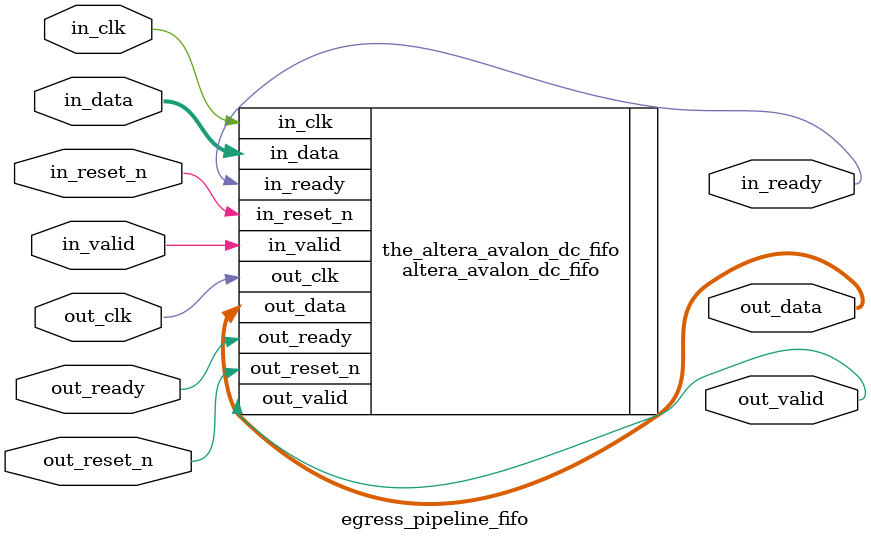
<source format=v>

`timescale 1ns / 1ps
// synthesis translate_on

// turn off superfluous verilog processor warnings 
// altera message_level Level1 
// altera message_off 10034 10035 10036 10037 10230 10240 10030 

module egress_pipeline_fifo (
                              // inputs:
                               in_clk,
                               in_data,
                               in_reset_n,
                               in_valid,
                               out_clk,
                               out_ready,
                               out_reset_n,

                              // outputs:
                               in_ready,
                               out_data,
                               out_valid
                            )
;

  output           in_ready;
  output  [ 15: 0] out_data;
  output           out_valid;
  input            in_clk;
  input   [ 15: 0] in_data;
  input            in_reset_n;
  input            in_valid;
  input            out_clk;
  input            out_ready;
  input            out_reset_n;

  wire             in_ready;
  wire    [ 15: 0] out_data;
  wire             out_valid;
  altera_avalon_dc_fifo the_altera_avalon_dc_fifo
    (
      .in_clk      (in_clk),
      .in_data     (in_data),
      .in_ready    (in_ready),
      .in_reset_n  (in_reset_n),
      .in_valid    (in_valid),
      .out_clk     (out_clk),
      .out_data    (out_data),
      .out_ready   (out_ready),
      .out_reset_n (out_reset_n),
      .out_valid   (out_valid)
    );
  defparam the_altera_avalon_dc_fifo.ADDR_WIDTH = 9,
           the_altera_avalon_dc_fifo.BITS_PER_SYMBOL = 8,
           the_altera_avalon_dc_fifo.CHANNEL_WIDTH = 0,
           the_altera_avalon_dc_fifo.ERROR_WIDTH = 0,
           the_altera_avalon_dc_fifo.FIFO_DEPTH = 512,
           the_altera_avalon_dc_fifo.SYMBOLS_PER_BEAT = 2,
           the_altera_avalon_dc_fifo.USE_IN_FILL_LEVEL = 0,
           the_altera_avalon_dc_fifo.USE_OUT_FILL_LEVEL = 0,
           the_altera_avalon_dc_fifo.USE_PACKETS = 0;


endmodule


</source>
